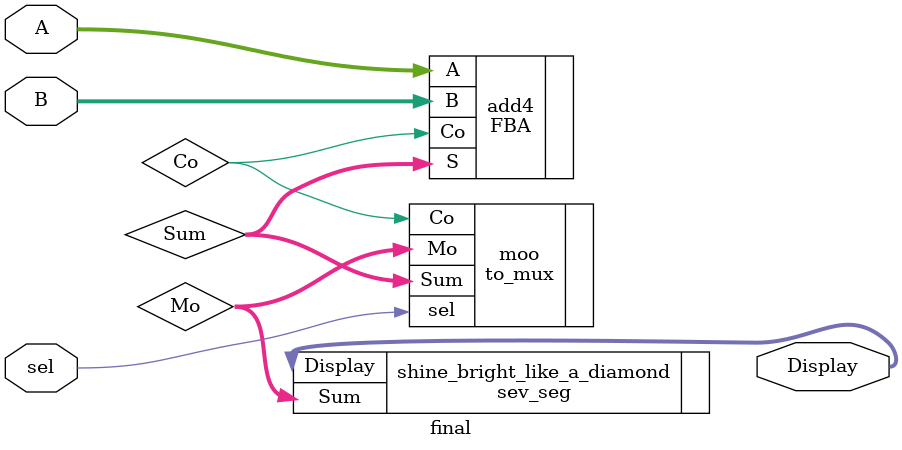
<source format=v>
`timescale 1ns / 1ps

module final(
    input [3:0] A,
    input [3:0] B,
    input sel,
    output [6:0] Display
    );
    wire Co;
    wire [3:0] Sum, Mo;
    FBA add4 (.A(A), .B(B), .S(Sum), .Co(Co));
    to_mux moo(.Sum(Sum), .Co(Co), .sel(sel), .Mo(Mo));
    sev_seg shine_bright_like_a_diamond(.Sum(Mo), .Display(Display));
    
endmodule

</source>
